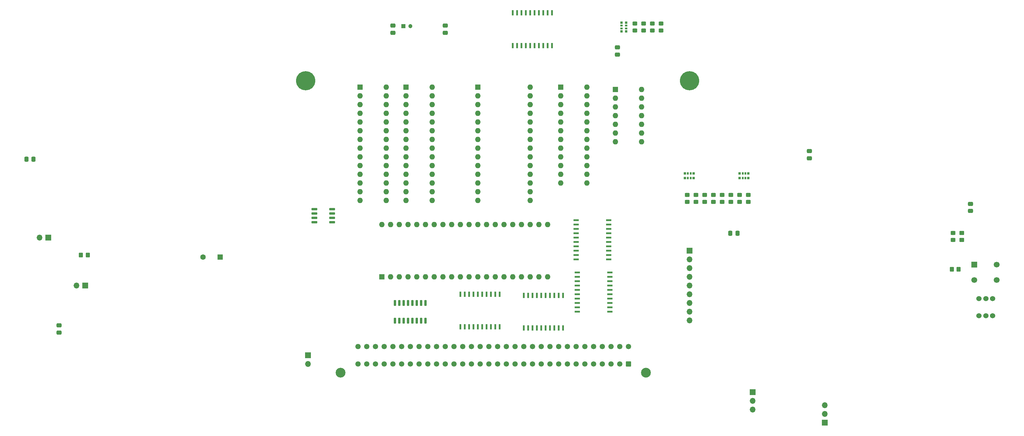
<source format=gbr>
%TF.GenerationSoftware,KiCad,Pcbnew,7.0.11+dfsg-1build4*%
%TF.CreationDate,2025-05-04T19:09:06+02:00*%
%TF.ProjectId,cpu_board_03,6370755f-626f-4617-9264-5f30332e6b69,rev?*%
%TF.SameCoordinates,Original*%
%TF.FileFunction,Soldermask,Top*%
%TF.FilePolarity,Negative*%
%FSLAX46Y46*%
G04 Gerber Fmt 4.6, Leading zero omitted, Abs format (unit mm)*
G04 Created by KiCad (PCBNEW 7.0.11+dfsg-1build4) date 2025-05-04 19:09:06*
%MOMM*%
%LPD*%
G01*
G04 APERTURE LIST*
G04 Aperture macros list*
%AMRoundRect*
0 Rectangle with rounded corners*
0 $1 Rounding radius*
0 $2 $3 $4 $5 $6 $7 $8 $9 X,Y pos of 4 corners*
0 Add a 4 corners polygon primitive as box body*
4,1,4,$2,$3,$4,$5,$6,$7,$8,$9,$2,$3,0*
0 Add four circle primitives for the rounded corners*
1,1,$1+$1,$2,$3*
1,1,$1+$1,$4,$5*
1,1,$1+$1,$6,$7*
1,1,$1+$1,$8,$9*
0 Add four rect primitives between the rounded corners*
20,1,$1+$1,$2,$3,$4,$5,0*
20,1,$1+$1,$4,$5,$6,$7,0*
20,1,$1+$1,$6,$7,$8,$9,0*
20,1,$1+$1,$8,$9,$2,$3,0*%
G04 Aperture macros list end*
%ADD10R,0.600000X1.500000*%
%ADD11R,1.500000X0.600000*%
%ADD12RoundRect,0.150000X0.150000X-0.725000X0.150000X0.725000X-0.150000X0.725000X-0.150000X-0.725000X0*%
%ADD13RoundRect,0.250000X0.450000X-0.325000X0.450000X0.325000X-0.450000X0.325000X-0.450000X-0.325000X0*%
%ADD14RoundRect,0.150000X-0.725000X-0.150000X0.725000X-0.150000X0.725000X0.150000X-0.725000X0.150000X0*%
%ADD15O,1.600000X1.600000*%
%ADD16R,1.600000X1.600000*%
%ADD17C,1.524000*%
%ADD18C,1.600000*%
%ADD19O,1.700000X1.700000*%
%ADD20R,1.700000X1.700000*%
%ADD21C,1.700000*%
%ADD22RoundRect,0.250000X0.475000X-0.337500X0.475000X0.337500X-0.475000X0.337500X-0.475000X-0.337500X0*%
%ADD23R,0.640000X0.700000*%
%ADD24R,0.500000X0.700000*%
%ADD25R,0.700000X0.640000*%
%ADD26R,0.700000X0.500000*%
%ADD27RoundRect,0.250000X0.337500X0.475000X-0.337500X0.475000X-0.337500X-0.475000X0.337500X-0.475000X0*%
%ADD28C,1.200000*%
%ADD29R,1.200000X1.200000*%
%ADD30RoundRect,0.250000X-0.350000X-0.450000X0.350000X-0.450000X0.350000X0.450000X-0.350000X0.450000X0*%
%ADD31RoundRect,0.250000X0.350000X0.450000X-0.350000X0.450000X-0.350000X-0.450000X0.350000X-0.450000X0*%
%ADD32RoundRect,0.250000X-0.337500X-0.475000X0.337500X-0.475000X0.337500X0.475000X-0.337500X0.475000X0*%
%ADD33RoundRect,0.250000X-0.475000X0.337500X-0.475000X-0.337500X0.475000X-0.337500X0.475000X0.337500X0*%
%ADD34C,5.600000*%
%ADD35RoundRect,0.250000X-0.450000X0.350000X-0.450000X-0.350000X0.450000X-0.350000X0.450000X0.350000X0*%
%ADD36C,1.550000*%
%ADD37RoundRect,0.249999X0.525001X0.525001X-0.525001X0.525001X-0.525001X-0.525001X0.525001X-0.525001X0*%
%ADD38C,2.850000*%
G04 APERTURE END LIST*
D10*
%TO.C,U11*%
X90170000Y-81610000D03*
X91440000Y-81610000D03*
X92710000Y-81610000D03*
X93980000Y-81610000D03*
X95250000Y-81610000D03*
X96520000Y-81610000D03*
X97790000Y-81610000D03*
X99060000Y-81610000D03*
X100330000Y-81610000D03*
X101600000Y-81610000D03*
X101600000Y-91110000D03*
X100330000Y-91110000D03*
X99060000Y-91110000D03*
X97790000Y-91110000D03*
X96520000Y-91110000D03*
X95250000Y-91110000D03*
X93980000Y-91110000D03*
X92710000Y-91110000D03*
X91440000Y-91110000D03*
X90170000Y-91110000D03*
%TD*%
%TO.C,U10*%
X71755000Y-81280000D03*
X73025000Y-81280000D03*
X74295000Y-81280000D03*
X75565000Y-81280000D03*
X76835000Y-81280000D03*
X78105000Y-81280000D03*
X79375000Y-81280000D03*
X80645000Y-81280000D03*
X81915000Y-81280000D03*
X83185000Y-81280000D03*
X83185000Y-90780000D03*
X81915000Y-90780000D03*
X80645000Y-90780000D03*
X79375000Y-90780000D03*
X78105000Y-90780000D03*
X76835000Y-90780000D03*
X75565000Y-90780000D03*
X74295000Y-90780000D03*
X73025000Y-90780000D03*
X71755000Y-90780000D03*
%TD*%
D11*
%TO.C,U8*%
X115240000Y-74930000D03*
X115240000Y-76200000D03*
X115240000Y-77470000D03*
X115240000Y-78740000D03*
X115240000Y-80010000D03*
X115240000Y-81280000D03*
X115240000Y-82550000D03*
X115240000Y-83820000D03*
X115240000Y-85090000D03*
X115240000Y-86360000D03*
X105740000Y-86360000D03*
X105740000Y-85090000D03*
X105740000Y-83820000D03*
X105740000Y-82550000D03*
X105740000Y-81280000D03*
X105740000Y-80010000D03*
X105740000Y-78740000D03*
X105740000Y-77470000D03*
X105740000Y-76200000D03*
X105740000Y-74930000D03*
%TD*%
%TO.C,U6*%
X114935000Y-59690000D03*
X114935000Y-60960000D03*
X114935000Y-62230000D03*
X114935000Y-63500000D03*
X114935000Y-64770000D03*
X114935000Y-66040000D03*
X114935000Y-67310000D03*
X114935000Y-68580000D03*
X114935000Y-69850000D03*
X114935000Y-71120000D03*
X105435000Y-71120000D03*
X105435000Y-69850000D03*
X105435000Y-68580000D03*
X105435000Y-67310000D03*
X105435000Y-66040000D03*
X105435000Y-64770000D03*
X105435000Y-63500000D03*
X105435000Y-62230000D03*
X105435000Y-60960000D03*
X105435000Y-59690000D03*
%TD*%
D12*
%TO.C,U5*%
X52705000Y-88970000D03*
X53975000Y-88970000D03*
X55245000Y-88970000D03*
X56515000Y-88970000D03*
X57785000Y-88970000D03*
X59055000Y-88970000D03*
X60325000Y-88970000D03*
X61595000Y-88970000D03*
X61595000Y-83820000D03*
X60325000Y-83820000D03*
X59055000Y-83820000D03*
X57785000Y-83820000D03*
X56515000Y-83820000D03*
X55245000Y-83820000D03*
X53975000Y-83820000D03*
X52705000Y-83820000D03*
%TD*%
D10*
%TO.C,C3*%
X86995000Y-8792500D03*
X88265000Y-8792500D03*
X89535000Y-8792500D03*
X90805000Y-8792500D03*
X92075000Y-8792500D03*
X93345000Y-8792500D03*
X94615000Y-8792500D03*
X95885000Y-8792500D03*
X97155000Y-8792500D03*
X98425000Y-8792500D03*
X98425000Y707500D03*
X97155000Y707500D03*
X95885000Y707500D03*
X94615000Y707500D03*
X93345000Y707500D03*
X92075000Y707500D03*
X90805000Y707500D03*
X89535000Y707500D03*
X88265000Y707500D03*
X86995000Y707500D03*
%TD*%
D13*
%TO.C,D9*%
X122555000Y-2395000D03*
X122555000Y-4445000D03*
%TD*%
D14*
%TO.C,U9*%
X34360000Y-56515000D03*
X34360000Y-57785000D03*
X34360000Y-59055000D03*
X34360000Y-60325000D03*
X29210000Y-60325000D03*
X29210000Y-59055000D03*
X29210000Y-57785000D03*
X29210000Y-56515000D03*
%TD*%
D15*
%TO.C,U7*%
X63500000Y-20955000D03*
X63500000Y-23495000D03*
X63500000Y-26035000D03*
X63500000Y-28575000D03*
X63500000Y-31115000D03*
X63500000Y-33655000D03*
X63500000Y-36195000D03*
X63500000Y-38735000D03*
X63500000Y-41275000D03*
X63500000Y-43815000D03*
X63500000Y-46355000D03*
X63500000Y-48895000D03*
X63500000Y-51435000D03*
X63500000Y-53975000D03*
X55880000Y-53975000D03*
X55880000Y-51435000D03*
X55880000Y-48895000D03*
X55880000Y-46355000D03*
X55880000Y-43815000D03*
X55880000Y-41275000D03*
X55880000Y-38735000D03*
X55880000Y-36195000D03*
X55880000Y-33655000D03*
X55880000Y-31115000D03*
X55880000Y-28575000D03*
X55880000Y-26035000D03*
X55880000Y-23495000D03*
D16*
X55880000Y-20955000D03*
%TD*%
D17*
%TO.C,SW2*%
X226695000Y-87550000D03*
X224695000Y-87550000D03*
X222695000Y-87550000D03*
X226695000Y-82550000D03*
X224695000Y-82550000D03*
X222695000Y-82550000D03*
%TD*%
D13*
%TO.C,D11*%
X127635000Y-2395000D03*
X127635000Y-4445000D03*
%TD*%
%TO.C,D6*%
X142875000Y-52315000D03*
X142875000Y-54365000D03*
%TD*%
D15*
%TO.C,U2*%
X50165000Y-20955000D03*
X50165000Y-23495000D03*
X50165000Y-26035000D03*
X50165000Y-28575000D03*
X50165000Y-31115000D03*
X50165000Y-33655000D03*
X50165000Y-36195000D03*
X50165000Y-38735000D03*
X50165000Y-41275000D03*
X50165000Y-43815000D03*
X50165000Y-46355000D03*
X50165000Y-48895000D03*
X50165000Y-51435000D03*
X50165000Y-53975000D03*
X42545000Y-53975000D03*
X42545000Y-51435000D03*
X42545000Y-48895000D03*
X42545000Y-46355000D03*
X42545000Y-43815000D03*
X42545000Y-41275000D03*
X42545000Y-38735000D03*
X42545000Y-36195000D03*
X42545000Y-33655000D03*
X42545000Y-31115000D03*
X42545000Y-28575000D03*
X42545000Y-26035000D03*
X42545000Y-23495000D03*
D16*
X42545000Y-20955000D03*
%TD*%
D18*
%TO.C,C11*%
X-3232349Y-70485000D03*
D16*
X1767651Y-70485000D03*
%TD*%
D19*
%TO.C,J11*%
X138430000Y-88900000D03*
X138430000Y-86360000D03*
X138430000Y-83820000D03*
X138430000Y-81280000D03*
X138430000Y-78740000D03*
X138430000Y-76200000D03*
X138430000Y-73660000D03*
X138430000Y-71120000D03*
D20*
X138430000Y-68580000D03*
%TD*%
D21*
%TO.C,SW1*%
X227850000Y-77180000D03*
X221350000Y-77180000D03*
X227850000Y-72680000D03*
D20*
X221350000Y-72680000D03*
%TD*%
D19*
%TO.C,J7*%
X-50800000Y-64770000D03*
D20*
X-48260000Y-64770000D03*
%TD*%
D22*
%TO.C,C14*%
X173355000Y-39602500D03*
X173355000Y-41677500D03*
%TD*%
D15*
%TO.C,U3*%
X92075000Y-20955000D03*
X92075000Y-23495000D03*
X92075000Y-26035000D03*
X92075000Y-28575000D03*
X92075000Y-31115000D03*
X92075000Y-33655000D03*
X92075000Y-36195000D03*
X92075000Y-38735000D03*
X92075000Y-41275000D03*
X92075000Y-43815000D03*
X92075000Y-46355000D03*
X92075000Y-48895000D03*
X92075000Y-51435000D03*
X92075000Y-53975000D03*
X76835000Y-53975000D03*
X76835000Y-51435000D03*
X76835000Y-48895000D03*
X76835000Y-46355000D03*
X76835000Y-43815000D03*
X76835000Y-41275000D03*
X76835000Y-38735000D03*
X76835000Y-36195000D03*
X76835000Y-33655000D03*
X76835000Y-31115000D03*
X76835000Y-28575000D03*
X76835000Y-26035000D03*
X76835000Y-23495000D03*
D16*
X76835000Y-20955000D03*
%TD*%
D23*
%TO.C,RN2*%
X139635000Y-47445000D03*
D24*
X138765000Y-47445000D03*
X137965000Y-47445000D03*
D23*
X137095000Y-47445000D03*
X137095000Y-46045000D03*
D24*
X137965000Y-46045000D03*
X138765000Y-46045000D03*
D23*
X139635000Y-46045000D03*
%TD*%
D13*
%TO.C,D10*%
X125095000Y-2395000D03*
X125095000Y-4445000D03*
%TD*%
D19*
%TO.C,J10*%
X156845000Y-114935000D03*
X156845000Y-112395000D03*
D20*
X156845000Y-109855000D03*
%TD*%
D25*
%TO.C,RN3*%
X118615000Y-4700000D03*
D26*
X118615000Y-3830000D03*
X118615000Y-3030000D03*
D25*
X118615000Y-2160000D03*
X120015000Y-2160000D03*
D26*
X120015000Y-3030000D03*
X120015000Y-3830000D03*
D25*
X120015000Y-4700000D03*
%TD*%
D13*
%TO.C,D12*%
X130175000Y-2395000D03*
X130175000Y-4445000D03*
%TD*%
%TO.C,D7*%
X140335000Y-52315000D03*
X140335000Y-54365000D03*
%TD*%
D22*
%TO.C,C5*%
X52070000Y-3005000D03*
X52070000Y-5080000D03*
%TD*%
D27*
%TO.C,C10*%
X-54610000Y-41910000D03*
X-52535000Y-41910000D03*
%TD*%
D28*
%TO.C,C12*%
X57150000Y-3175000D03*
D29*
X55150000Y-3175000D03*
%TD*%
D15*
%TO.C,U4*%
X108595000Y-20950000D03*
X108595000Y-23490000D03*
X108595000Y-26030000D03*
X108595000Y-28570000D03*
X108595000Y-31110000D03*
X108595000Y-33650000D03*
X108595000Y-36190000D03*
X108595000Y-38730000D03*
X108595000Y-41270000D03*
X108595000Y-43810000D03*
X108595000Y-46350000D03*
X108595000Y-48890000D03*
X100975000Y-48890000D03*
X100975000Y-46350000D03*
X100975000Y-43810000D03*
X100975000Y-41270000D03*
X100975000Y-38730000D03*
X100975000Y-36190000D03*
X100975000Y-33650000D03*
X100975000Y-31110000D03*
X100975000Y-28570000D03*
X100975000Y-26030000D03*
X100975000Y-23490000D03*
D16*
X100975000Y-20950000D03*
%TD*%
D23*
%TO.C,RN1*%
X155575000Y-47445000D03*
D24*
X154705000Y-47445000D03*
X153905000Y-47445000D03*
D23*
X153035000Y-47445000D03*
X153035000Y-46045000D03*
D24*
X153905000Y-46045000D03*
X154705000Y-46045000D03*
D23*
X155575000Y-46045000D03*
%TD*%
D22*
%TO.C,C4*%
X117475000Y-9355000D03*
X117475000Y-11430000D03*
%TD*%
%TO.C,C9*%
X220230000Y-54955000D03*
X220230000Y-57030000D03*
%TD*%
%TO.C,C6*%
X67310000Y-3005000D03*
X67310000Y-5080000D03*
%TD*%
D30*
%TO.C,R4*%
X-36735000Y-69850000D03*
X-38735000Y-69850000D03*
%TD*%
D31*
%TO.C,R1*%
X214785000Y-74005000D03*
X216785000Y-74005000D03*
%TD*%
D32*
%TO.C,C8*%
X152400000Y-63500000D03*
X150325000Y-63500000D03*
%TD*%
D13*
%TO.C,D2*%
X153035000Y-52315000D03*
X153035000Y-54365000D03*
%TD*%
D19*
%TO.C,J8*%
X-40005000Y-78740000D03*
D20*
X-37465000Y-78740000D03*
%TD*%
D33*
%TO.C,C7*%
X-45085000Y-92477500D03*
X-45085000Y-90402500D03*
%TD*%
D15*
%TO.C,U1*%
X48895000Y-60960000D03*
X51435000Y-60960000D03*
X53975000Y-60960000D03*
X56515000Y-60960000D03*
X59055000Y-60960000D03*
X61595000Y-60960000D03*
X64135000Y-60960000D03*
X66675000Y-60960000D03*
X69215000Y-60960000D03*
X71755000Y-60960000D03*
X74295000Y-60960000D03*
X76835000Y-60960000D03*
X79375000Y-60960000D03*
X81915000Y-60960000D03*
X84455000Y-60960000D03*
X86995000Y-60960000D03*
X89535000Y-60960000D03*
X92075000Y-60960000D03*
X94615000Y-60960000D03*
X97155000Y-60960000D03*
X97155000Y-76200000D03*
X94615000Y-76200000D03*
X92075000Y-76200000D03*
X89535000Y-76200000D03*
X86995000Y-76200000D03*
X84455000Y-76200000D03*
X81915000Y-76200000D03*
X79375000Y-76200000D03*
X76835000Y-76200000D03*
X74295000Y-76200000D03*
X71755000Y-76200000D03*
X69215000Y-76200000D03*
X66675000Y-76200000D03*
X64135000Y-76200000D03*
X61595000Y-76200000D03*
X59055000Y-76200000D03*
X56515000Y-76200000D03*
X53975000Y-76200000D03*
X51435000Y-76200000D03*
D16*
X48895000Y-76200000D03*
%TD*%
D19*
%TO.C,J9*%
X177800000Y-113665000D03*
X177800000Y-116205000D03*
D20*
X177800000Y-118745000D03*
%TD*%
D13*
%TO.C,D3*%
X150495000Y-52315000D03*
X150495000Y-54365000D03*
%TD*%
%TO.C,D8*%
X137795000Y-52315000D03*
X137795000Y-54365000D03*
%TD*%
%TO.C,D1*%
X155575000Y-52315000D03*
X155575000Y-54365000D03*
%TD*%
D34*
%TO.C,H1*%
X26670000Y-19050000D03*
%TD*%
D35*
%TO.C,R2*%
X217690000Y-65480000D03*
X217690000Y-63480000D03*
%TD*%
D19*
%TO.C,J6*%
X27330000Y-101600000D03*
D20*
X27330000Y-99060000D03*
%TD*%
D15*
%TO.C,X1*%
X124470000Y-21585000D03*
X124470000Y-24125000D03*
X124470000Y-26665000D03*
X124470000Y-29205000D03*
X124470000Y-31745000D03*
X124470000Y-34285000D03*
X124470000Y-36825000D03*
X116850000Y-36825000D03*
X116850000Y-34285000D03*
X116850000Y-31745000D03*
X116850000Y-29205000D03*
X116850000Y-26665000D03*
X116850000Y-24125000D03*
D16*
X116850000Y-21585000D03*
%TD*%
D13*
%TO.C,D13*%
X215150000Y-63455000D03*
X215150000Y-65505000D03*
%TD*%
%TO.C,D5*%
X145415000Y-52315000D03*
X145415000Y-54365000D03*
%TD*%
D36*
%TO.C,J1*%
X41910000Y-96520000D03*
X44450000Y-96520000D03*
X46990000Y-96520000D03*
X49530000Y-96520000D03*
X52070000Y-96520000D03*
X54610000Y-96520000D03*
X57150000Y-96520000D03*
X59690000Y-96520000D03*
X62230000Y-96520000D03*
X64770000Y-96520000D03*
X67310000Y-96520000D03*
X69850000Y-96520000D03*
X72390000Y-96520000D03*
X74930000Y-96520000D03*
X77470000Y-96520000D03*
X80010000Y-96520000D03*
X82550000Y-96520000D03*
X85090000Y-96520000D03*
X87630000Y-96520000D03*
X90170000Y-96520000D03*
X92710000Y-96520000D03*
X95250000Y-96520000D03*
X97790000Y-96520000D03*
X100330000Y-96520000D03*
X102870000Y-96520000D03*
X105410000Y-96520000D03*
X107950000Y-96520000D03*
X110490000Y-96520000D03*
X113030000Y-96520000D03*
X115570000Y-96520000D03*
X118110000Y-96520000D03*
X120650000Y-96520000D03*
X41910000Y-101600000D03*
X44450000Y-101600000D03*
X46990000Y-101600000D03*
X49530000Y-101600000D03*
X52070000Y-101600000D03*
X54610000Y-101600000D03*
X57150000Y-101600000D03*
X59690000Y-101600000D03*
X62230000Y-101600000D03*
X64770000Y-101600000D03*
X67310000Y-101600000D03*
X69850000Y-101600000D03*
X72390000Y-101600000D03*
X74930000Y-101600000D03*
X77470000Y-101600000D03*
X80010000Y-101600000D03*
X82550000Y-101600000D03*
X85090000Y-101600000D03*
X87630000Y-101600000D03*
X90170000Y-101600000D03*
X92710000Y-101600000D03*
X95250000Y-101600000D03*
X97790000Y-101600000D03*
X100330000Y-101600000D03*
X102870000Y-101600000D03*
X105410000Y-101600000D03*
X107950000Y-101600000D03*
X110490000Y-101600000D03*
X113030000Y-101600000D03*
X115570000Y-101600000D03*
X118110000Y-101600000D03*
D37*
X120650000Y-101600000D03*
D38*
X36830000Y-104140000D03*
X125730000Y-104140000D03*
%TD*%
D34*
%TO.C,H2*%
X138430000Y-19050000D03*
%TD*%
D13*
%TO.C,D4*%
X147955000Y-52315000D03*
X147955000Y-54365000D03*
%TD*%
M02*

</source>
